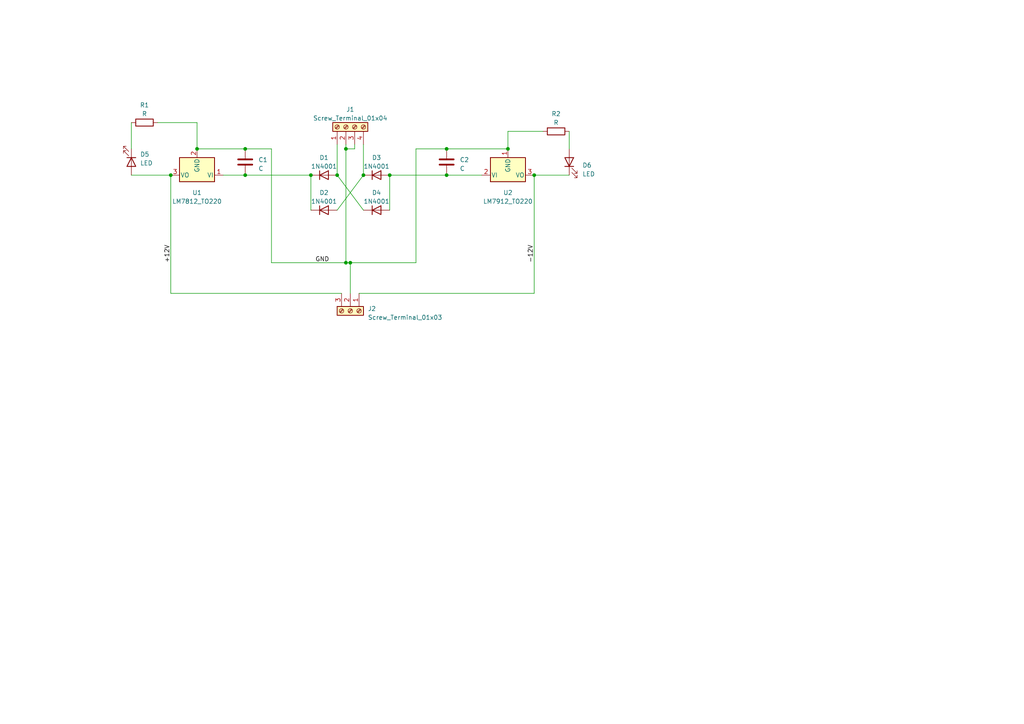
<source format=kicad_sch>
(kicad_sch (version 20230121) (generator eeschema)
  (paper "A4")
  (lib_symbols
    (symbol "Connector:Screw_Terminal_01x03" (pin_names (offset 1.016) hide)
      (property "Reference" "J" (at 0 5.08 0))
      (property "Value" "Screw_Terminal_01x03" (at 0 -5.08 0))
      (symbol "Screw_Terminal_01x03_1_1"
        (rectangle (start -1.27 3.81) (end 1.27 -3.81) (stroke (width 0.254)) (fill (type background)))
        (circle (center 0 -2.54) (radius 0.635) (stroke (width 0.1524)))
        (polyline (pts (xy -0.5334 -2.2098) (xy 0.3302 -3.048)) (stroke (width 0.1524)))
        (polyline (pts (xy -0.5334 0.3302) (xy 0.3302 -0.508)) (stroke (width 0.1524)))
        (polyline (pts (xy -0.5334 2.8702) (xy 0.3302 2.032)) (stroke (width 0.1524)))
        (polyline (pts (xy -0.3556 -2.032) (xy 0.508 -2.8702)) (stroke (width 0.1524)))
        (polyline (pts (xy -0.3556 0.508) (xy 0.508 -0.3302)) (stroke (width 0.1524)))
        (polyline (pts (xy -0.3556 3.048) (xy 0.508 2.2098)) (stroke (width 0.1524)))
        (circle (center 0 0) (radius 0.635) (stroke (width 0.1524)))
        (circle (center 0 2.54) (radius 0.635) (stroke (width 0.1524)))
        (pin passive line (at -5.08 2.54 0) (length 3.81) (name "Pin_1") (number "1"))
        (pin passive line (at -5.08 0 0) (length 3.81) (name "Pin_2") (number "2"))
        (pin passive line (at -5.08 -2.54 0) (length 3.81) (name "Pin_3") (number "3"))
      )
    )
    (symbol "Connector:Screw_Terminal_01x04" (pin_names (offset 1.016) hide)
      (property "Reference" "J" (at 0 5.08 0))
      (property "Value" "Screw_Terminal_01x04" (at 0 -7.62 0))
      (symbol "Screw_Terminal_01x04_1_1"
        (rectangle (start -1.27 3.81) (end 1.27 -6.35) (stroke (width 0.254)) (fill (type background)))
        (circle (center 0 -5.08) (radius 0.635) (stroke (width 0.1524)))
        (circle (center 0 -2.54) (radius 0.635) (stroke (width 0.1524)))
        (polyline (pts (xy -0.5334 -4.7498) (xy 0.3302 -5.588)) (stroke (width 0.1524)))
        (polyline (pts (xy -0.5334 -2.2098) (xy 0.3302 -3.048)) (stroke (width 0.1524)))
        (polyline (pts (xy -0.5334 0.3302) (xy 0.3302 -0.508)) (stroke (width 0.1524)))
        (polyline (pts (xy -0.5334 2.8702) (xy 0.3302 2.032)) (stroke (width 0.1524)))
        (polyline (pts (xy -0.3556 -4.572) (xy 0.508 -5.4102)) (stroke (width 0.1524)))
        (polyline (pts (xy -0.3556 -2.032) (xy 0.508 -2.8702)) (stroke (width 0.1524)))
        (polyline (pts (xy -0.3556 0.508) (xy 0.508 -0.3302)) (stroke (width 0.1524)))
        (polyline (pts (xy -0.3556 3.048) (xy 0.508 2.2098)) (stroke (width 0.1524)))
        (circle (center 0 0) (radius 0.635) (stroke (width 0.1524)))
        (circle (center 0 2.54) (radius 0.635) (stroke (width 0.1524)))
        (pin passive line (at -5.08 2.54 0) (length 3.81) (name "Pin_1") (number "1"))
        (pin passive line (at -5.08 0 0) (length 3.81) (name "Pin_2") (number "2"))
        (pin passive line (at -5.08 -2.54 0) (length 3.81) (name "Pin_3") (number "3"))
        (pin passive line (at -5.08 -5.08 0) (length 3.81) (name "Pin_4") (number "4"))
      )
    )
    (symbol "Device:C" (pin_numbers hide) (pin_names (offset 0.254))
      (property "Reference" "C" (at 0.635 2.54 0))
      (property "Value" "C" (at 0.635 -2.54 0))
      (symbol "C_0_1"
        (polyline (pts (xy -2.032 -0.762) (xy 2.032 -0.762)) (stroke (width 0.508)))
        (polyline (pts (xy -2.032 0.762) (xy 2.032 0.762)) (stroke (width 0.508)))
      )
      (symbol "C_1_1"
        (pin passive line (at 0 3.81 270) (length 2.794) (name "~") (number "1"))
        (pin passive line (at 0 -3.81 90) (length 2.794) (name "~") (number "2"))
      )
    )
    (symbol "Device:LED" (pin_numbers hide) (pin_names (offset 1.016) hide)
      (property "Reference" "D" (at 0 2.54 0))
      (property "Value" "LED" (at 0 -2.54 0))
      (symbol "LED_0_1"
        (polyline (pts (xy -1.27 -1.27) (xy -1.27 1.27)) (stroke (width 0.254)))
        (polyline (pts (xy -1.27 0) (xy 1.27 0)))
        (polyline (pts (xy 1.27 -1.27) (xy 1.27 1.27) (xy -1.27 0) (xy 1.27 -1.27)) (stroke (width 0.254)))
        (polyline (pts (xy -3.048 -0.762) (xy -4.572 -2.286) (xy -3.81 -2.286) (xy -4.572 -2.286) (xy -4.572 -1.524)))
        (polyline (pts (xy -1.778 -0.762) (xy -3.302 -2.286) (xy -2.54 -2.286) (xy -3.302 -2.286) (xy -3.302 -1.524)))
      )
      (symbol "LED_1_1"
        (pin passive line (at -3.81 0 0) (length 2.54) (name "K") (number "1"))
        (pin passive line (at 3.81 0 180) (length 2.54) (name "A") (number "2"))
      )
    )
    (symbol "Device:R" (pin_numbers hide) (pin_names (offset 0))
      (property "Reference" "R" (at 2.032 0 90))
      (property "Value" "R" (at 0 0 90))
      (symbol "R_0_1"
        (rectangle (start -1.016 -2.54) (end 1.016 2.54) (stroke (width 0.254)))
      )
      (symbol "R_1_1"
        (pin passive line (at 0 3.81 270) (length 1.27) (name "~") (number "1"))
        (pin passive line (at 0 -3.81 90) (length 1.27) (name "~") (number "2"))
      )
    )
    (symbol "Diode:1N4001" (pin_numbers hide) (pin_names hide)
      (property "Reference" "D" (at 0 2.54 0))
      (property "Value" "1N4001" (at 0 -2.54 0))
      (symbol "1N4001_0_1"
        (polyline (pts (xy -1.27 1.27) (xy -1.27 -1.27)) (stroke (width 0.254)))
        (polyline (pts (xy 1.27 0) (xy -1.27 0)))
        (polyline (pts (xy 1.27 1.27) (xy 1.27 -1.27) (xy -1.27 0) (xy 1.27 1.27)) (stroke (width 0.254)))
      )
      (symbol "1N4001_1_1"
        (pin passive line (at -3.81 0 0) (length 2.54) (name "K") (number "1"))
        (pin passive line (at 3.81 0 180) (length 2.54) (name "A") (number "2"))
      )
    )
    (symbol "Regulator_Linear:LM7812_TO220" (pin_names (offset 0.254))
      (property "Reference" "U" (at -3.81 3.175 0))
      (property "Value" "LM7812_TO220" (at 0 3.175 0))
      (symbol "LM7812_TO220_0_1"
        (rectangle (start -5.08 1.905) (end 5.08 -5.08) (stroke (width 0.254)) (fill (type background)))
      )
      (symbol "LM7812_TO220_1_1"
        (pin power_in line (at -7.62 0 0) (length 2.54) (name "VI") (number "1"))
        (pin power_in line (at 0 -7.62 90) (length 2.54) (name "GND") (number "2"))
        (pin power_out line (at 7.62 0 180) (length 2.54) (name "VO") (number "3"))
      )
    )
    (symbol "Regulator_Linear:LM7912_TO220" (pin_names (offset 0.254))
      (property "Reference" "U" (at -3.81 -3.175 0))
      (property "Value" "LM7912_TO220" (at 0 -3.175 0))
      (symbol "LM7912_TO220_0_1"
        (rectangle (start -5.08 5.08) (end 5.08 -1.905) (stroke (width 0.254)) (fill (type background)))
      )
      (symbol "LM7912_TO220_1_1"
        (pin power_in line (at 0 7.62 270) (length 2.54) (name "GND") (number "1"))
        (pin power_in line (at -7.62 0 0) (length 2.54) (name "VI") (number "2"))
        (pin power_out line (at 7.62 0 180) (length 2.54) (name "VO") (number "3"))
      )
    )
  )
  (junction (at 147.32 43.18))
  (junction (at 71.12 50.8))
  (junction (at 97.79 50.8))
  (junction (at 129.54 43.18))
  (junction (at 100.33 76.2))
  (junction (at 90.17 50.8))
  (junction (at 100.33 43.18))
  (junction (at 154.94 50.8))
  (junction (at 105.41 50.8))
  (junction (at 57.15 43.18))
  (junction (at 129.54 50.8))
  (junction (at 49.53 50.8))
  (junction (at 71.12 43.18))
  (junction (at 113.03 50.8))
  (junction (at 101.6 76.2))
  (wire (pts (xy 101.6 85.09) (xy 101.6 76.2)))
  (wire (pts (xy 57.15 35.56) (xy 57.15 43.18)))
  (wire (pts (xy 49.53 50.8) (xy 49.53 85.09)))
  (wire (pts (xy 90.17 50.8) (xy 90.17 60.96)))
  (wire (pts (xy 129.54 50.8) (xy 113.03 50.8)))
  (wire (pts (xy 100.33 43.18) (xy 100.33 76.2)))
  (wire (pts (xy 78.74 76.2) (xy 100.33 76.2)))
  (wire (pts (xy 129.54 50.8) (xy 139.7 50.8)))
  (wire (pts (xy 100.33 41.91) (xy 100.33 43.18)))
  (wire (pts (xy 105.41 60.96) (xy 97.79 50.8)))
  (wire (pts (xy 129.54 43.18) (xy 120.65 43.18)))
  (wire (pts (xy 45.72 35.56) (xy 57.15 35.56)))
  (wire (pts (xy 71.12 43.18) (xy 78.74 43.18)))
  (wire (pts (xy 165.1 50.8) (xy 154.94 50.8)))
  (wire (pts (xy 97.79 41.91) (xy 97.79 50.8)))
  (wire (pts (xy 147.32 38.1) (xy 147.32 43.18)))
  (wire (pts (xy 71.12 50.8) (xy 64.77 50.8)))
  (wire (pts (xy 157.48 38.1) (xy 147.32 38.1)))
  (wire (pts (xy 100.33 76.2) (xy 101.6 76.2)))
  (wire (pts (xy 57.15 43.18) (xy 71.12 43.18)))
  (wire (pts (xy 113.03 50.8) (xy 113.03 60.96)))
  (wire (pts (xy 90.17 50.8) (xy 71.12 50.8)))
  (wire (pts (xy 38.1 43.18) (xy 38.1 35.56)))
  (wire (pts (xy 105.41 41.91) (xy 105.41 50.8)))
  (wire (pts (xy 97.79 60.96) (xy 105.41 50.8)))
  (wire (pts (xy 101.6 76.2) (xy 120.65 76.2)))
  (wire (pts (xy 38.1 50.8) (xy 49.53 50.8)))
  (wire (pts (xy 154.94 85.09) (xy 154.94 50.8)))
  (wire (pts (xy 104.14 85.09) (xy 154.94 85.09)))
  (wire (pts (xy 49.53 85.09) (xy 99.06 85.09)))
  (wire (pts (xy 165.1 43.18) (xy 165.1 38.1)))
  (wire (pts (xy 78.74 43.18) (xy 78.74 76.2)))
  (wire (pts (xy 102.87 41.91) (xy 102.87 43.18)))
  (wire (pts (xy 120.65 43.18) (xy 120.65 76.2)))
  (wire (pts (xy 102.87 43.18) (xy 100.33 43.18)))
  (wire (pts (xy 147.32 43.18) (xy 129.54 43.18)))
  (label "-12V" (at 154.94 76.2 90))
  (label "+12V" (at 49.53 76.2 90))
  (label "GND" (at 91.44 76.2 0))
  (symbol (lib_id "Device:R") (at 161.29 38.1 90) (unit 1)
    (property "Reference" "R2" (at 161.29 33.02 90))
    (property "Value" "R" (at 161.29 35.56 90))
    (property "Footprint" "Resistor_SMD:R_0805_2012Metric" (effects hide))
  )
  (symbol (lib_id "Device:R") (at 41.91 35.56 90) (unit 1)
    (property "Reference" "R1" (at 41.91 30.48 90))
    (property "Value" "R" (at 41.91 33.02 90))
    (property "Footprint" "Resistor_SMD:R_0805_2012Metric" (effects hide))
  )
  (symbol (lib_id "Diode:1N4001") (at 93.98 50.8 0) (unit 1)
    (property "Reference" "D1" (at 93.98 45.72 0))
    (property "Value" "1N4001" (at 93.98 48.26 0))
    (property "Footprint" "Diodes:DIOM5126X250N" (effects hide))
    (property "Datasheet" "http://www.vishay.com/docs/88503/1n4001.pdf" (effects hide))
    (property "Sim.Device" "D" (effects hide))
    (property "Sim.Pins" "1=K 2=A" (effects hide))
  )
  (symbol (lib_id "Device:LED") (at 165.1 46.99 90) (unit 1)
    (property "Reference" "D6" (at 168.91 47.9425 90) (effects (justify right)))
    (property "Value" "LED" (at 168.91 50.4825 90) (effects (justify right)))
    (property "Footprint" "LED_SMD:LED_0805_2012Metric" (effects hide))
  )
  (symbol (lib_id "Diode:1N4001") (at 109.22 50.8 0) (unit 1)
    (property "Reference" "D3" (at 109.22 45.72 0))
    (property "Value" "1N4001" (at 109.22 48.26 0))
    (property "Footprint" "Diodes:DIOM5126X250N" (effects hide))
    (property "Datasheet" "http://www.vishay.com/docs/88503/1n4001.pdf" (effects hide))
    (property "Sim.Device" "D" (effects hide))
    (property "Sim.Pins" "1=K 2=A" (effects hide))
  )
  (symbol (lib_id "Device:C") (at 129.54 46.99 180) (unit 1)
    (property "Reference" "C2" (at 133.35 46.355 0) (effects (justify right)))
    (property "Value" "C" (at 133.35 48.895 0) (effects (justify right)))
    (property "Footprint" "Capacitor_THT:CP_Radial_D18.0mm_P7.50mm" (effects hide))
  )
  (symbol (lib_id "Device:LED") (at 38.1 46.99 270) (unit 1)
    (property "Reference" "D5" (at 40.64 44.7675 90) (effects (justify left)))
    (property "Value" "LED" (at 40.64 47.3075 90) (effects (justify left)))
    (property "Footprint" "LED_SMD:LED_0805_2012Metric" (effects hide))
  )
  (symbol (lib_id "Regulator_Linear:LM7912_TO220") (at 147.32 50.8 0) (unit 1)
    (property "Reference" "U2" (at 147.32 55.88 0))
    (property "Value" "LM7912_TO220" (at 147.32 58.42 0))
    (property "Footprint" "Package_TO_SOT_THT:TO-220-3_Vertical" (effects hide))
    (property "Datasheet" "hhttps://www.onsemi.com/pub/Collateral/MC7900-D.PDF" (effects hide))
  )
  (symbol (lib_id "Connector:Screw_Terminal_01x04") (at 100.33 36.83 90) (unit 1)
    (property "Reference" "J1" (at 101.6 31.75 90))
    (property "Value" "Screw_Terminal_01x04" (at 101.6 34.29 90))
    (property "Footprint" "TerminalBlock_4Ucon:TerminalBlock_4Ucon_1x04_P3.50mm_Horizontal" (effects hide))
  )
  (symbol (lib_id "Diode:1N4001") (at 109.22 60.96 0) (unit 1)
    (property "Reference" "D4" (at 109.22 55.88 0))
    (property "Value" "1N4001" (at 109.22 58.42 0))
    (property "Footprint" "Diodes:DIOM5126X250N" (effects hide))
    (property "Datasheet" "http://www.vishay.com/docs/88503/1n4001.pdf" (effects hide))
    (property "Sim.Device" "D" (effects hide))
    (property "Sim.Pins" "1=K 2=A" (effects hide))
  )
  (symbol (lib_id "Device:C") (at 71.12 46.99 0) (unit 1)
    (property "Reference" "C1" (at 74.93 46.355 0) (effects (justify left)))
    (property "Value" "C" (at 74.93 48.895 0) (effects (justify left)))
    (property "Footprint" "Capacitor_THT:CP_Radial_D18.0mm_P7.50mm" (effects hide))
  )
  (symbol (lib_id "Diode:1N4001") (at 93.98 60.96 0) (unit 1)
    (property "Reference" "D2" (at 93.98 55.88 0))
    (property "Value" "1N4001" (at 93.98 58.42 0))
    (property "Footprint" "Diodes:DIOM5126X250N" (effects hide))
    (property "Datasheet" "http://www.vishay.com/docs/88503/1n4001.pdf" (effects hide))
    (property "Sim.Device" "D" (effects hide))
    (property "Sim.Pins" "1=K 2=A" (effects hide))
  )
  (symbol (lib_id "Connector:Screw_Terminal_01x03") (at 101.6 90.17 270) (unit 1)
    (property "Reference" "J2" (at 106.68 89.535 90) (effects (justify left)))
    (property "Value" "Screw_Terminal_01x03" (at 106.68 92.075 90) (effects (justify left)))
    (property "Footprint" "TerminalBlock_4Ucon:TerminalBlock_4Ucon_1x03_P3.50mm_Horizontal" (effects hide))
  )
  (symbol (lib_id "Regulator_Linear:LM7812_TO220") (at 57.15 50.8 180) (unit 1)
    (property "Reference" "U1" (at 57.15 55.88 0))
    (property "Value" "LM7812_TO220" (at 57.15 58.42 0))
    (property "Footprint" "Package_TO_SOT_THT:TO-220-3_Vertical" (effects hide))
    (property "Datasheet" "https://www.onsemi.cn/PowerSolutions/document/MC7800-D.PDF" (effects hide))
  )
)
</source>
